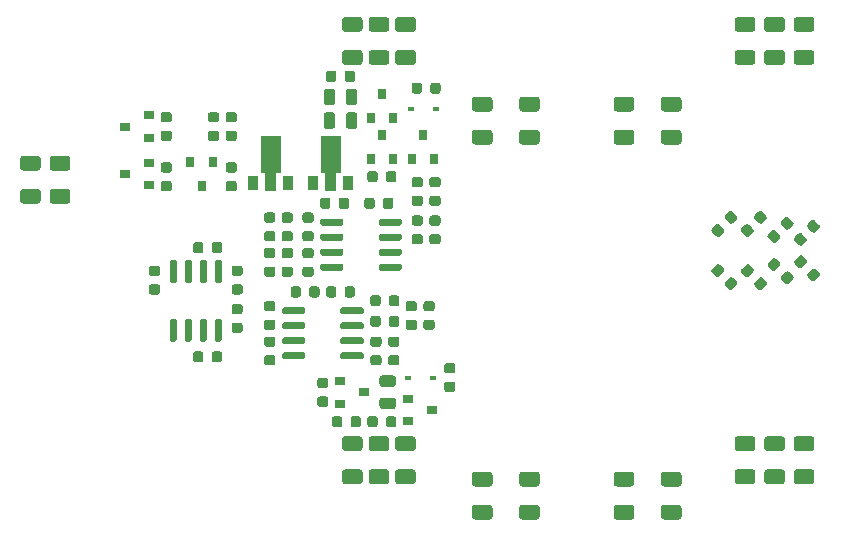
<source format=gbr>
%TF.GenerationSoftware,KiCad,Pcbnew,(5.1.6)-1*%
%TF.CreationDate,2021-05-08T17:44:37+05:30*%
%TF.ProjectId,CC CV Power Supply Rev 3,43432043-5620-4506-9f77-657220537570,rev?*%
%TF.SameCoordinates,Original*%
%TF.FileFunction,Paste,Top*%
%TF.FilePolarity,Positive*%
%FSLAX46Y46*%
G04 Gerber Fmt 4.6, Leading zero omitted, Abs format (unit mm)*
G04 Created by KiCad (PCBNEW (5.1.6)-1) date 2021-05-08 17:44:37*
%MOMM*%
%LPD*%
G01*
G04 APERTURE LIST*
%ADD10C,0.100000*%
%ADD11R,0.900000X1.300000*%
%ADD12R,0.900000X0.800000*%
%ADD13R,0.800000X0.900000*%
%ADD14R,0.600000X0.450000*%
G04 APERTURE END LIST*
%TO.C,R28*%
G36*
G01*
X115875000Y-103225000D02*
X114625000Y-103225000D01*
G75*
G02*
X114375000Y-102975000I0J250000D01*
G01*
X114375000Y-102225000D01*
G75*
G02*
X114625000Y-101975000I250000J0D01*
G01*
X115875000Y-101975000D01*
G75*
G02*
X116125000Y-102225000I0J-250000D01*
G01*
X116125000Y-102975000D01*
G75*
G02*
X115875000Y-103225000I-250000J0D01*
G01*
G37*
G36*
G01*
X115875000Y-106025000D02*
X114625000Y-106025000D01*
G75*
G02*
X114375000Y-105775000I0J250000D01*
G01*
X114375000Y-105025000D01*
G75*
G02*
X114625000Y-104775000I250000J0D01*
G01*
X115875000Y-104775000D01*
G75*
G02*
X116125000Y-105025000I0J-250000D01*
G01*
X116125000Y-105775000D01*
G75*
G02*
X115875000Y-106025000I-250000J0D01*
G01*
G37*
%TD*%
%TO.C,R21*%
G36*
G01*
X113375000Y-103225000D02*
X112125000Y-103225000D01*
G75*
G02*
X111875000Y-102975000I0J250000D01*
G01*
X111875000Y-102225000D01*
G75*
G02*
X112125000Y-101975000I250000J0D01*
G01*
X113375000Y-101975000D01*
G75*
G02*
X113625000Y-102225000I0J-250000D01*
G01*
X113625000Y-102975000D01*
G75*
G02*
X113375000Y-103225000I-250000J0D01*
G01*
G37*
G36*
G01*
X113375000Y-106025000D02*
X112125000Y-106025000D01*
G75*
G02*
X111875000Y-105775000I0J250000D01*
G01*
X111875000Y-105025000D01*
G75*
G02*
X112125000Y-104775000I250000J0D01*
G01*
X113375000Y-104775000D01*
G75*
G02*
X113625000Y-105025000I0J-250000D01*
G01*
X113625000Y-105775000D01*
G75*
G02*
X113375000Y-106025000I-250000J0D01*
G01*
G37*
%TD*%
D10*
%TO.C,U6*%
G36*
X133962500Y-100316000D02*
G01*
X133962500Y-103441000D01*
X133546000Y-103441000D01*
X133546000Y-104916000D01*
X132646000Y-104916000D01*
X132646000Y-103441000D01*
X132229500Y-103441000D01*
X132229500Y-100316000D01*
X133962500Y-100316000D01*
G37*
D11*
X134596000Y-104266000D03*
X131596000Y-104266000D03*
%TD*%
D12*
%TO.C,Q11*%
X120750000Y-99500000D03*
X122750000Y-98550000D03*
X122750000Y-100450000D03*
%TD*%
D10*
%TO.C,U5*%
G36*
X139042500Y-100316000D02*
G01*
X139042500Y-103441000D01*
X138626000Y-103441000D01*
X138626000Y-104916000D01*
X137726000Y-104916000D01*
X137726000Y-103441000D01*
X137309500Y-103441000D01*
X137309500Y-100316000D01*
X139042500Y-100316000D01*
G37*
D11*
X139676000Y-104266000D03*
X136676000Y-104266000D03*
%TD*%
%TO.C,R53*%
G36*
G01*
X148506250Y-120400000D02*
X147993750Y-120400000D01*
G75*
G02*
X147775000Y-120181250I0J218750D01*
G01*
X147775000Y-119743750D01*
G75*
G02*
X147993750Y-119525000I218750J0D01*
G01*
X148506250Y-119525000D01*
G75*
G02*
X148725000Y-119743750I0J-218750D01*
G01*
X148725000Y-120181250D01*
G75*
G02*
X148506250Y-120400000I-218750J0D01*
G01*
G37*
G36*
G01*
X148506250Y-121975000D02*
X147993750Y-121975000D01*
G75*
G02*
X147775000Y-121756250I0J218750D01*
G01*
X147775000Y-121318750D01*
G75*
G02*
X147993750Y-121100000I218750J0D01*
G01*
X148506250Y-121100000D01*
G75*
G02*
X148725000Y-121318750I0J-218750D01*
G01*
X148725000Y-121756250D01*
G75*
G02*
X148506250Y-121975000I-218750J0D01*
G01*
G37*
%TD*%
%TO.C,R52*%
G36*
G01*
X145900000Y-95993750D02*
X145900000Y-96506250D01*
G75*
G02*
X145681250Y-96725000I-218750J0D01*
G01*
X145243750Y-96725000D01*
G75*
G02*
X145025000Y-96506250I0J218750D01*
G01*
X145025000Y-95993750D01*
G75*
G02*
X145243750Y-95775000I218750J0D01*
G01*
X145681250Y-95775000D01*
G75*
G02*
X145900000Y-95993750I0J-218750D01*
G01*
G37*
G36*
G01*
X147475000Y-95993750D02*
X147475000Y-96506250D01*
G75*
G02*
X147256250Y-96725000I-218750J0D01*
G01*
X146818750Y-96725000D01*
G75*
G02*
X146600000Y-96506250I0J218750D01*
G01*
X146600000Y-95993750D01*
G75*
G02*
X146818750Y-95775000I218750J0D01*
G01*
X147256250Y-95775000D01*
G75*
G02*
X147475000Y-95993750I0J-218750D01*
G01*
G37*
%TD*%
%TO.C,R14*%
G36*
G01*
X142150000Y-103493750D02*
X142150000Y-104006250D01*
G75*
G02*
X141931250Y-104225000I-218750J0D01*
G01*
X141493750Y-104225000D01*
G75*
G02*
X141275000Y-104006250I0J218750D01*
G01*
X141275000Y-103493750D01*
G75*
G02*
X141493750Y-103275000I218750J0D01*
G01*
X141931250Y-103275000D01*
G75*
G02*
X142150000Y-103493750I0J-218750D01*
G01*
G37*
G36*
G01*
X143725000Y-103493750D02*
X143725000Y-104006250D01*
G75*
G02*
X143506250Y-104225000I-218750J0D01*
G01*
X143068750Y-104225000D01*
G75*
G02*
X142850000Y-104006250I0J218750D01*
G01*
X142850000Y-103493750D01*
G75*
G02*
X143068750Y-103275000I218750J0D01*
G01*
X143506250Y-103275000D01*
G75*
G02*
X143725000Y-103493750I0J-218750D01*
G01*
G37*
%TD*%
%TO.C,R29*%
G36*
G01*
X139450000Y-99456250D02*
X139450000Y-98543750D01*
G75*
G02*
X139693750Y-98300000I243750J0D01*
G01*
X140181250Y-98300000D01*
G75*
G02*
X140425000Y-98543750I0J-243750D01*
G01*
X140425000Y-99456250D01*
G75*
G02*
X140181250Y-99700000I-243750J0D01*
G01*
X139693750Y-99700000D01*
G75*
G02*
X139450000Y-99456250I0J243750D01*
G01*
G37*
G36*
G01*
X137575000Y-99456250D02*
X137575000Y-98543750D01*
G75*
G02*
X137818750Y-98300000I243750J0D01*
G01*
X138306250Y-98300000D01*
G75*
G02*
X138550000Y-98543750I0J-243750D01*
G01*
X138550000Y-99456250D01*
G75*
G02*
X138306250Y-99700000I-243750J0D01*
G01*
X137818750Y-99700000D01*
G75*
G02*
X137575000Y-99456250I0J243750D01*
G01*
G37*
%TD*%
%TO.C,C32*%
G36*
G01*
X123993750Y-104100000D02*
X124506250Y-104100000D01*
G75*
G02*
X124725000Y-104318750I0J-218750D01*
G01*
X124725000Y-104756250D01*
G75*
G02*
X124506250Y-104975000I-218750J0D01*
G01*
X123993750Y-104975000D01*
G75*
G02*
X123775000Y-104756250I0J218750D01*
G01*
X123775000Y-104318750D01*
G75*
G02*
X123993750Y-104100000I218750J0D01*
G01*
G37*
G36*
G01*
X123993750Y-102525000D02*
X124506250Y-102525000D01*
G75*
G02*
X124725000Y-102743750I0J-218750D01*
G01*
X124725000Y-103181250D01*
G75*
G02*
X124506250Y-103400000I-218750J0D01*
G01*
X123993750Y-103400000D01*
G75*
G02*
X123775000Y-103181250I0J218750D01*
G01*
X123775000Y-102743750D01*
G75*
G02*
X123993750Y-102525000I218750J0D01*
G01*
G37*
%TD*%
%TO.C,R22*%
G36*
G01*
X139850000Y-124756250D02*
X139850000Y-124243750D01*
G75*
G02*
X140068750Y-124025000I218750J0D01*
G01*
X140506250Y-124025000D01*
G75*
G02*
X140725000Y-124243750I0J-218750D01*
G01*
X140725000Y-124756250D01*
G75*
G02*
X140506250Y-124975000I-218750J0D01*
G01*
X140068750Y-124975000D01*
G75*
G02*
X139850000Y-124756250I0J218750D01*
G01*
G37*
G36*
G01*
X138275000Y-124756250D02*
X138275000Y-124243750D01*
G75*
G02*
X138493750Y-124025000I218750J0D01*
G01*
X138931250Y-124025000D01*
G75*
G02*
X139150000Y-124243750I0J-218750D01*
G01*
X139150000Y-124756250D01*
G75*
G02*
X138931250Y-124975000I-218750J0D01*
G01*
X138493750Y-124975000D01*
G75*
G02*
X138275000Y-124756250I0J218750D01*
G01*
G37*
%TD*%
%TO.C,R50*%
G36*
G01*
X175821316Y-108316292D02*
X176183709Y-108678684D01*
G75*
G02*
X176183709Y-108988044I-154680J-154680D01*
G01*
X175874350Y-109297403D01*
G75*
G02*
X175564990Y-109297403I-154680J154680D01*
G01*
X175202597Y-108935010D01*
G75*
G02*
X175202597Y-108625650I154680J154680D01*
G01*
X175511956Y-108316291D01*
G75*
G02*
X175821316Y-108316291I154680J-154680D01*
G01*
G37*
G36*
G01*
X176935010Y-107202598D02*
X177297403Y-107564990D01*
G75*
G02*
X177297403Y-107874350I-154680J-154680D01*
G01*
X176988044Y-108183709D01*
G75*
G02*
X176678684Y-108183709I-154680J154680D01*
G01*
X176316291Y-107821316D01*
G75*
G02*
X176316291Y-107511956I154680J154680D01*
G01*
X176625650Y-107202597D01*
G75*
G02*
X176935010Y-107202597I154680J-154680D01*
G01*
G37*
%TD*%
%TO.C,R49*%
G36*
G01*
X178071316Y-108566292D02*
X178433709Y-108928684D01*
G75*
G02*
X178433709Y-109238044I-154680J-154680D01*
G01*
X178124350Y-109547403D01*
G75*
G02*
X177814990Y-109547403I-154680J154680D01*
G01*
X177452597Y-109185010D01*
G75*
G02*
X177452597Y-108875650I154680J154680D01*
G01*
X177761956Y-108566291D01*
G75*
G02*
X178071316Y-108566291I154680J-154680D01*
G01*
G37*
G36*
G01*
X179185010Y-107452598D02*
X179547403Y-107814990D01*
G75*
G02*
X179547403Y-108124350I-154680J-154680D01*
G01*
X179238044Y-108433709D01*
G75*
G02*
X178928684Y-108433709I-154680J154680D01*
G01*
X178566291Y-108071316D01*
G75*
G02*
X178566291Y-107761956I154680J154680D01*
G01*
X178875650Y-107452597D01*
G75*
G02*
X179185010Y-107452597I154680J-154680D01*
G01*
G37*
%TD*%
%TO.C,R48*%
G36*
G01*
X146743750Y-105350000D02*
X147256250Y-105350000D01*
G75*
G02*
X147475000Y-105568750I0J-218750D01*
G01*
X147475000Y-106006250D01*
G75*
G02*
X147256250Y-106225000I-218750J0D01*
G01*
X146743750Y-106225000D01*
G75*
G02*
X146525000Y-106006250I0J218750D01*
G01*
X146525000Y-105568750D01*
G75*
G02*
X146743750Y-105350000I218750J0D01*
G01*
G37*
G36*
G01*
X146743750Y-103775000D02*
X147256250Y-103775000D01*
G75*
G02*
X147475000Y-103993750I0J-218750D01*
G01*
X147475000Y-104431250D01*
G75*
G02*
X147256250Y-104650000I-218750J0D01*
G01*
X146743750Y-104650000D01*
G75*
G02*
X146525000Y-104431250I0J218750D01*
G01*
X146525000Y-103993750D01*
G75*
G02*
X146743750Y-103775000I218750J0D01*
G01*
G37*
%TD*%
%TO.C,R47*%
G36*
G01*
X139350000Y-95506250D02*
X139350000Y-94993750D01*
G75*
G02*
X139568750Y-94775000I218750J0D01*
G01*
X140006250Y-94775000D01*
G75*
G02*
X140225000Y-94993750I0J-218750D01*
G01*
X140225000Y-95506250D01*
G75*
G02*
X140006250Y-95725000I-218750J0D01*
G01*
X139568750Y-95725000D01*
G75*
G02*
X139350000Y-95506250I0J218750D01*
G01*
G37*
G36*
G01*
X137775000Y-95506250D02*
X137775000Y-94993750D01*
G75*
G02*
X137993750Y-94775000I218750J0D01*
G01*
X138431250Y-94775000D01*
G75*
G02*
X138650000Y-94993750I0J-218750D01*
G01*
X138650000Y-95506250D01*
G75*
G02*
X138431250Y-95725000I-218750J0D01*
G01*
X137993750Y-95725000D01*
G75*
G02*
X137775000Y-95506250I0J218750D01*
G01*
G37*
%TD*%
%TO.C,R34*%
G36*
G01*
X142150000Y-124243750D02*
X142150000Y-124756250D01*
G75*
G02*
X141931250Y-124975000I-218750J0D01*
G01*
X141493750Y-124975000D01*
G75*
G02*
X141275000Y-124756250I0J218750D01*
G01*
X141275000Y-124243750D01*
G75*
G02*
X141493750Y-124025000I218750J0D01*
G01*
X141931250Y-124025000D01*
G75*
G02*
X142150000Y-124243750I0J-218750D01*
G01*
G37*
G36*
G01*
X143725000Y-124243750D02*
X143725000Y-124756250D01*
G75*
G02*
X143506250Y-124975000I-218750J0D01*
G01*
X143068750Y-124975000D01*
G75*
G02*
X142850000Y-124756250I0J218750D01*
G01*
X142850000Y-124243750D01*
G75*
G02*
X143068750Y-124025000I218750J0D01*
G01*
X143506250Y-124025000D01*
G75*
G02*
X143725000Y-124243750I0J-218750D01*
G01*
G37*
%TD*%
%TO.C,R6*%
G36*
G01*
X137243750Y-122350000D02*
X137756250Y-122350000D01*
G75*
G02*
X137975000Y-122568750I0J-218750D01*
G01*
X137975000Y-123006250D01*
G75*
G02*
X137756250Y-123225000I-218750J0D01*
G01*
X137243750Y-123225000D01*
G75*
G02*
X137025000Y-123006250I0J218750D01*
G01*
X137025000Y-122568750D01*
G75*
G02*
X137243750Y-122350000I218750J0D01*
G01*
G37*
G36*
G01*
X137243750Y-120775000D02*
X137756250Y-120775000D01*
G75*
G02*
X137975000Y-120993750I0J-218750D01*
G01*
X137975000Y-121431250D01*
G75*
G02*
X137756250Y-121650000I-218750J0D01*
G01*
X137243750Y-121650000D01*
G75*
G02*
X137025000Y-121431250I0J218750D01*
G01*
X137025000Y-120993750D01*
G75*
G02*
X137243750Y-120775000I218750J0D01*
G01*
G37*
%TD*%
%TO.C,R5*%
G36*
G01*
X139450000Y-97456250D02*
X139450000Y-96543750D01*
G75*
G02*
X139693750Y-96300000I243750J0D01*
G01*
X140181250Y-96300000D01*
G75*
G02*
X140425000Y-96543750I0J-243750D01*
G01*
X140425000Y-97456250D01*
G75*
G02*
X140181250Y-97700000I-243750J0D01*
G01*
X139693750Y-97700000D01*
G75*
G02*
X139450000Y-97456250I0J243750D01*
G01*
G37*
G36*
G01*
X137575000Y-97456250D02*
X137575000Y-96543750D01*
G75*
G02*
X137818750Y-96300000I243750J0D01*
G01*
X138306250Y-96300000D01*
G75*
G02*
X138550000Y-96543750I0J-243750D01*
G01*
X138550000Y-97456250D01*
G75*
G02*
X138306250Y-97700000I-243750J0D01*
G01*
X137818750Y-97700000D01*
G75*
G02*
X137575000Y-97456250I0J243750D01*
G01*
G37*
%TD*%
%TO.C,R4*%
G36*
G01*
X142543750Y-122450000D02*
X143456250Y-122450000D01*
G75*
G02*
X143700000Y-122693750I0J-243750D01*
G01*
X143700000Y-123181250D01*
G75*
G02*
X143456250Y-123425000I-243750J0D01*
G01*
X142543750Y-123425000D01*
G75*
G02*
X142300000Y-123181250I0J243750D01*
G01*
X142300000Y-122693750D01*
G75*
G02*
X142543750Y-122450000I243750J0D01*
G01*
G37*
G36*
G01*
X142543750Y-120575000D02*
X143456250Y-120575000D01*
G75*
G02*
X143700000Y-120818750I0J-243750D01*
G01*
X143700000Y-121306250D01*
G75*
G02*
X143456250Y-121550000I-243750J0D01*
G01*
X142543750Y-121550000D01*
G75*
G02*
X142300000Y-121306250I0J243750D01*
G01*
X142300000Y-120818750D01*
G75*
G02*
X142543750Y-120575000I243750J0D01*
G01*
G37*
%TD*%
D13*
%TO.C,Q10*%
X142500000Y-96750000D03*
X143450000Y-98750000D03*
X141550000Y-98750000D03*
%TD*%
D12*
%TO.C,Q9*%
X141000000Y-122000000D03*
X139000000Y-122950000D03*
X139000000Y-121050000D03*
%TD*%
D14*
%TO.C,D6*%
X144950000Y-98000000D03*
X147050000Y-98000000D03*
%TD*%
%TO.C,D5*%
X144700000Y-120750000D03*
X146800000Y-120750000D03*
%TD*%
%TO.C,C31*%
G36*
G01*
X171566292Y-112678684D02*
X171928684Y-112316291D01*
G75*
G02*
X172238044Y-112316291I154680J-154680D01*
G01*
X172547403Y-112625650D01*
G75*
G02*
X172547403Y-112935010I-154680J-154680D01*
G01*
X172185010Y-113297403D01*
G75*
G02*
X171875650Y-113297403I-154680J154680D01*
G01*
X171566291Y-112988044D01*
G75*
G02*
X171566291Y-112678684I154680J154680D01*
G01*
G37*
G36*
G01*
X170452598Y-111564990D02*
X170814990Y-111202597D01*
G75*
G02*
X171124350Y-111202597I154680J-154680D01*
G01*
X171433709Y-111511956D01*
G75*
G02*
X171433709Y-111821316I-154680J-154680D01*
G01*
X171071316Y-112183709D01*
G75*
G02*
X170761956Y-112183709I-154680J154680D01*
G01*
X170452597Y-111874350D01*
G75*
G02*
X170452597Y-111564990I154680J154680D01*
G01*
G37*
%TD*%
%TO.C,C30*%
G36*
G01*
X171071316Y-107816292D02*
X171433709Y-108178684D01*
G75*
G02*
X171433709Y-108488044I-154680J-154680D01*
G01*
X171124350Y-108797403D01*
G75*
G02*
X170814990Y-108797403I-154680J154680D01*
G01*
X170452597Y-108435010D01*
G75*
G02*
X170452597Y-108125650I154680J154680D01*
G01*
X170761956Y-107816291D01*
G75*
G02*
X171071316Y-107816291I154680J-154680D01*
G01*
G37*
G36*
G01*
X172185010Y-106702598D02*
X172547403Y-107064990D01*
G75*
G02*
X172547403Y-107374350I-154680J-154680D01*
G01*
X172238044Y-107683709D01*
G75*
G02*
X171928684Y-107683709I-154680J154680D01*
G01*
X171566291Y-107321316D01*
G75*
G02*
X171566291Y-107011956I154680J154680D01*
G01*
X171875650Y-106702597D01*
G75*
G02*
X172185010Y-106702597I154680J-154680D01*
G01*
G37*
%TD*%
%TO.C,R51*%
G36*
G01*
X135650000Y-113243750D02*
X135650000Y-113756250D01*
G75*
G02*
X135431250Y-113975000I-218750J0D01*
G01*
X134993750Y-113975000D01*
G75*
G02*
X134775000Y-113756250I0J218750D01*
G01*
X134775000Y-113243750D01*
G75*
G02*
X134993750Y-113025000I218750J0D01*
G01*
X135431250Y-113025000D01*
G75*
G02*
X135650000Y-113243750I0J-218750D01*
G01*
G37*
G36*
G01*
X137225000Y-113243750D02*
X137225000Y-113756250D01*
G75*
G02*
X137006250Y-113975000I-218750J0D01*
G01*
X136568750Y-113975000D01*
G75*
G02*
X136350000Y-113756250I0J218750D01*
G01*
X136350000Y-113243750D01*
G75*
G02*
X136568750Y-113025000I218750J0D01*
G01*
X137006250Y-113025000D01*
G75*
G02*
X137225000Y-113243750I0J-218750D01*
G01*
G37*
%TD*%
%TO.C,R40*%
G36*
G01*
X154375000Y-131525000D02*
X155625000Y-131525000D01*
G75*
G02*
X155875000Y-131775000I0J-250000D01*
G01*
X155875000Y-132525000D01*
G75*
G02*
X155625000Y-132775000I-250000J0D01*
G01*
X154375000Y-132775000D01*
G75*
G02*
X154125000Y-132525000I0J250000D01*
G01*
X154125000Y-131775000D01*
G75*
G02*
X154375000Y-131525000I250000J0D01*
G01*
G37*
G36*
G01*
X154375000Y-128725000D02*
X155625000Y-128725000D01*
G75*
G02*
X155875000Y-128975000I0J-250000D01*
G01*
X155875000Y-129725000D01*
G75*
G02*
X155625000Y-129975000I-250000J0D01*
G01*
X154375000Y-129975000D01*
G75*
G02*
X154125000Y-129725000I0J250000D01*
G01*
X154125000Y-128975000D01*
G75*
G02*
X154375000Y-128725000I250000J0D01*
G01*
G37*
%TD*%
%TO.C,R39*%
G36*
G01*
X166375000Y-131525000D02*
X167625000Y-131525000D01*
G75*
G02*
X167875000Y-131775000I0J-250000D01*
G01*
X167875000Y-132525000D01*
G75*
G02*
X167625000Y-132775000I-250000J0D01*
G01*
X166375000Y-132775000D01*
G75*
G02*
X166125000Y-132525000I0J250000D01*
G01*
X166125000Y-131775000D01*
G75*
G02*
X166375000Y-131525000I250000J0D01*
G01*
G37*
G36*
G01*
X166375000Y-128725000D02*
X167625000Y-128725000D01*
G75*
G02*
X167875000Y-128975000I0J-250000D01*
G01*
X167875000Y-129725000D01*
G75*
G02*
X167625000Y-129975000I-250000J0D01*
G01*
X166375000Y-129975000D01*
G75*
G02*
X166125000Y-129725000I0J250000D01*
G01*
X166125000Y-128975000D01*
G75*
G02*
X166375000Y-128725000I250000J0D01*
G01*
G37*
%TD*%
%TO.C,R38*%
G36*
G01*
X155625000Y-98225000D02*
X154375000Y-98225000D01*
G75*
G02*
X154125000Y-97975000I0J250000D01*
G01*
X154125000Y-97225000D01*
G75*
G02*
X154375000Y-96975000I250000J0D01*
G01*
X155625000Y-96975000D01*
G75*
G02*
X155875000Y-97225000I0J-250000D01*
G01*
X155875000Y-97975000D01*
G75*
G02*
X155625000Y-98225000I-250000J0D01*
G01*
G37*
G36*
G01*
X155625000Y-101025000D02*
X154375000Y-101025000D01*
G75*
G02*
X154125000Y-100775000I0J250000D01*
G01*
X154125000Y-100025000D01*
G75*
G02*
X154375000Y-99775000I250000J0D01*
G01*
X155625000Y-99775000D01*
G75*
G02*
X155875000Y-100025000I0J-250000D01*
G01*
X155875000Y-100775000D01*
G75*
G02*
X155625000Y-101025000I-250000J0D01*
G01*
G37*
%TD*%
%TO.C,R37*%
G36*
G01*
X167625000Y-98225000D02*
X166375000Y-98225000D01*
G75*
G02*
X166125000Y-97975000I0J250000D01*
G01*
X166125000Y-97225000D01*
G75*
G02*
X166375000Y-96975000I250000J0D01*
G01*
X167625000Y-96975000D01*
G75*
G02*
X167875000Y-97225000I0J-250000D01*
G01*
X167875000Y-97975000D01*
G75*
G02*
X167625000Y-98225000I-250000J0D01*
G01*
G37*
G36*
G01*
X167625000Y-101025000D02*
X166375000Y-101025000D01*
G75*
G02*
X166125000Y-100775000I0J250000D01*
G01*
X166125000Y-100025000D01*
G75*
G02*
X166375000Y-99775000I250000J0D01*
G01*
X167625000Y-99775000D01*
G75*
G02*
X167875000Y-100025000I0J-250000D01*
G01*
X167875000Y-100775000D01*
G75*
G02*
X167625000Y-101025000I-250000J0D01*
G01*
G37*
%TD*%
%TO.C,R13*%
G36*
G01*
X151625000Y-98225000D02*
X150375000Y-98225000D01*
G75*
G02*
X150125000Y-97975000I0J250000D01*
G01*
X150125000Y-97225000D01*
G75*
G02*
X150375000Y-96975000I250000J0D01*
G01*
X151625000Y-96975000D01*
G75*
G02*
X151875000Y-97225000I0J-250000D01*
G01*
X151875000Y-97975000D01*
G75*
G02*
X151625000Y-98225000I-250000J0D01*
G01*
G37*
G36*
G01*
X151625000Y-101025000D02*
X150375000Y-101025000D01*
G75*
G02*
X150125000Y-100775000I0J250000D01*
G01*
X150125000Y-100025000D01*
G75*
G02*
X150375000Y-99775000I250000J0D01*
G01*
X151625000Y-99775000D01*
G75*
G02*
X151875000Y-100025000I0J-250000D01*
G01*
X151875000Y-100775000D01*
G75*
G02*
X151625000Y-101025000I-250000J0D01*
G01*
G37*
%TD*%
%TO.C,R12*%
G36*
G01*
X163625000Y-98225000D02*
X162375000Y-98225000D01*
G75*
G02*
X162125000Y-97975000I0J250000D01*
G01*
X162125000Y-97225000D01*
G75*
G02*
X162375000Y-96975000I250000J0D01*
G01*
X163625000Y-96975000D01*
G75*
G02*
X163875000Y-97225000I0J-250000D01*
G01*
X163875000Y-97975000D01*
G75*
G02*
X163625000Y-98225000I-250000J0D01*
G01*
G37*
G36*
G01*
X163625000Y-101025000D02*
X162375000Y-101025000D01*
G75*
G02*
X162125000Y-100775000I0J250000D01*
G01*
X162125000Y-100025000D01*
G75*
G02*
X162375000Y-99775000I250000J0D01*
G01*
X163625000Y-99775000D01*
G75*
G02*
X163875000Y-100025000I0J-250000D01*
G01*
X163875000Y-100775000D01*
G75*
G02*
X163625000Y-101025000I-250000J0D01*
G01*
G37*
%TD*%
%TO.C,R8*%
G36*
G01*
X150375000Y-131525000D02*
X151625000Y-131525000D01*
G75*
G02*
X151875000Y-131775000I0J-250000D01*
G01*
X151875000Y-132525000D01*
G75*
G02*
X151625000Y-132775000I-250000J0D01*
G01*
X150375000Y-132775000D01*
G75*
G02*
X150125000Y-132525000I0J250000D01*
G01*
X150125000Y-131775000D01*
G75*
G02*
X150375000Y-131525000I250000J0D01*
G01*
G37*
G36*
G01*
X150375000Y-128725000D02*
X151625000Y-128725000D01*
G75*
G02*
X151875000Y-128975000I0J-250000D01*
G01*
X151875000Y-129725000D01*
G75*
G02*
X151625000Y-129975000I-250000J0D01*
G01*
X150375000Y-129975000D01*
G75*
G02*
X150125000Y-129725000I0J250000D01*
G01*
X150125000Y-128975000D01*
G75*
G02*
X150375000Y-128725000I250000J0D01*
G01*
G37*
%TD*%
%TO.C,R7*%
G36*
G01*
X162375000Y-131525000D02*
X163625000Y-131525000D01*
G75*
G02*
X163875000Y-131775000I0J-250000D01*
G01*
X163875000Y-132525000D01*
G75*
G02*
X163625000Y-132775000I-250000J0D01*
G01*
X162375000Y-132775000D01*
G75*
G02*
X162125000Y-132525000I0J250000D01*
G01*
X162125000Y-131775000D01*
G75*
G02*
X162375000Y-131525000I250000J0D01*
G01*
G37*
G36*
G01*
X162375000Y-128725000D02*
X163625000Y-128725000D01*
G75*
G02*
X163875000Y-128975000I0J-250000D01*
G01*
X163875000Y-129725000D01*
G75*
G02*
X163625000Y-129975000I-250000J0D01*
G01*
X162375000Y-129975000D01*
G75*
G02*
X162125000Y-129725000I0J250000D01*
G01*
X162125000Y-128975000D01*
G75*
G02*
X162375000Y-128725000I250000J0D01*
G01*
G37*
%TD*%
%TO.C,R20*%
G36*
G01*
X147256250Y-107900000D02*
X146743750Y-107900000D01*
G75*
G02*
X146525000Y-107681250I0J218750D01*
G01*
X146525000Y-107243750D01*
G75*
G02*
X146743750Y-107025000I218750J0D01*
G01*
X147256250Y-107025000D01*
G75*
G02*
X147475000Y-107243750I0J-218750D01*
G01*
X147475000Y-107681250D01*
G75*
G02*
X147256250Y-107900000I-218750J0D01*
G01*
G37*
G36*
G01*
X147256250Y-109475000D02*
X146743750Y-109475000D01*
G75*
G02*
X146525000Y-109256250I0J218750D01*
G01*
X146525000Y-108818750D01*
G75*
G02*
X146743750Y-108600000I218750J0D01*
G01*
X147256250Y-108600000D01*
G75*
G02*
X147475000Y-108818750I0J-218750D01*
G01*
X147475000Y-109256250D01*
G75*
G02*
X147256250Y-109475000I-218750J0D01*
G01*
G37*
%TD*%
%TO.C,R19*%
G36*
G01*
X174428684Y-107683708D02*
X174066291Y-107321316D01*
G75*
G02*
X174066291Y-107011956I154680J154680D01*
G01*
X174375650Y-106702597D01*
G75*
G02*
X174685010Y-106702597I154680J-154680D01*
G01*
X175047403Y-107064990D01*
G75*
G02*
X175047403Y-107374350I-154680J-154680D01*
G01*
X174738044Y-107683709D01*
G75*
G02*
X174428684Y-107683709I-154680J154680D01*
G01*
G37*
G36*
G01*
X173314990Y-108797402D02*
X172952597Y-108435010D01*
G75*
G02*
X172952597Y-108125650I154680J154680D01*
G01*
X173261956Y-107816291D01*
G75*
G02*
X173571316Y-107816291I154680J-154680D01*
G01*
X173933709Y-108178684D01*
G75*
G02*
X173933709Y-108488044I-154680J-154680D01*
G01*
X173624350Y-108797403D01*
G75*
G02*
X173314990Y-108797403I-154680J154680D01*
G01*
G37*
%TD*%
%TO.C,C2*%
G36*
G01*
X138850000Y-106256250D02*
X138850000Y-105743750D01*
G75*
G02*
X139068750Y-105525000I218750J0D01*
G01*
X139506250Y-105525000D01*
G75*
G02*
X139725000Y-105743750I0J-218750D01*
G01*
X139725000Y-106256250D01*
G75*
G02*
X139506250Y-106475000I-218750J0D01*
G01*
X139068750Y-106475000D01*
G75*
G02*
X138850000Y-106256250I0J218750D01*
G01*
G37*
G36*
G01*
X137275000Y-106256250D02*
X137275000Y-105743750D01*
G75*
G02*
X137493750Y-105525000I218750J0D01*
G01*
X137931250Y-105525000D01*
G75*
G02*
X138150000Y-105743750I0J-218750D01*
G01*
X138150000Y-106256250D01*
G75*
G02*
X137931250Y-106475000I-218750J0D01*
G01*
X137493750Y-106475000D01*
G75*
G02*
X137275000Y-106256250I0J218750D01*
G01*
G37*
%TD*%
%TO.C,R36*%
G36*
G01*
X130506250Y-112150000D02*
X129993750Y-112150000D01*
G75*
G02*
X129775000Y-111931250I0J218750D01*
G01*
X129775000Y-111493750D01*
G75*
G02*
X129993750Y-111275000I218750J0D01*
G01*
X130506250Y-111275000D01*
G75*
G02*
X130725000Y-111493750I0J-218750D01*
G01*
X130725000Y-111931250D01*
G75*
G02*
X130506250Y-112150000I-218750J0D01*
G01*
G37*
G36*
G01*
X130506250Y-113725000D02*
X129993750Y-113725000D01*
G75*
G02*
X129775000Y-113506250I0J218750D01*
G01*
X129775000Y-113068750D01*
G75*
G02*
X129993750Y-112850000I218750J0D01*
G01*
X130506250Y-112850000D01*
G75*
G02*
X130725000Y-113068750I0J-218750D01*
G01*
X130725000Y-113506250D01*
G75*
G02*
X130506250Y-113725000I-218750J0D01*
G01*
G37*
%TD*%
D13*
%TO.C,U3*%
X127250000Y-104500000D03*
X126300000Y-102500000D03*
X128200000Y-102500000D03*
%TD*%
%TO.C,U4*%
G36*
G01*
X124995000Y-112750000D02*
X124695000Y-112750000D01*
G75*
G02*
X124545000Y-112600000I0J150000D01*
G01*
X124545000Y-110950000D01*
G75*
G02*
X124695000Y-110800000I150000J0D01*
G01*
X124995000Y-110800000D01*
G75*
G02*
X125145000Y-110950000I0J-150000D01*
G01*
X125145000Y-112600000D01*
G75*
G02*
X124995000Y-112750000I-150000J0D01*
G01*
G37*
G36*
G01*
X126265000Y-112750000D02*
X125965000Y-112750000D01*
G75*
G02*
X125815000Y-112600000I0J150000D01*
G01*
X125815000Y-110950000D01*
G75*
G02*
X125965000Y-110800000I150000J0D01*
G01*
X126265000Y-110800000D01*
G75*
G02*
X126415000Y-110950000I0J-150000D01*
G01*
X126415000Y-112600000D01*
G75*
G02*
X126265000Y-112750000I-150000J0D01*
G01*
G37*
G36*
G01*
X127535000Y-112750000D02*
X127235000Y-112750000D01*
G75*
G02*
X127085000Y-112600000I0J150000D01*
G01*
X127085000Y-110950000D01*
G75*
G02*
X127235000Y-110800000I150000J0D01*
G01*
X127535000Y-110800000D01*
G75*
G02*
X127685000Y-110950000I0J-150000D01*
G01*
X127685000Y-112600000D01*
G75*
G02*
X127535000Y-112750000I-150000J0D01*
G01*
G37*
G36*
G01*
X128805000Y-112750000D02*
X128505000Y-112750000D01*
G75*
G02*
X128355000Y-112600000I0J150000D01*
G01*
X128355000Y-110950000D01*
G75*
G02*
X128505000Y-110800000I150000J0D01*
G01*
X128805000Y-110800000D01*
G75*
G02*
X128955000Y-110950000I0J-150000D01*
G01*
X128955000Y-112600000D01*
G75*
G02*
X128805000Y-112750000I-150000J0D01*
G01*
G37*
G36*
G01*
X128805000Y-117700000D02*
X128505000Y-117700000D01*
G75*
G02*
X128355000Y-117550000I0J150000D01*
G01*
X128355000Y-115900000D01*
G75*
G02*
X128505000Y-115750000I150000J0D01*
G01*
X128805000Y-115750000D01*
G75*
G02*
X128955000Y-115900000I0J-150000D01*
G01*
X128955000Y-117550000D01*
G75*
G02*
X128805000Y-117700000I-150000J0D01*
G01*
G37*
G36*
G01*
X127535000Y-117700000D02*
X127235000Y-117700000D01*
G75*
G02*
X127085000Y-117550000I0J150000D01*
G01*
X127085000Y-115900000D01*
G75*
G02*
X127235000Y-115750000I150000J0D01*
G01*
X127535000Y-115750000D01*
G75*
G02*
X127685000Y-115900000I0J-150000D01*
G01*
X127685000Y-117550000D01*
G75*
G02*
X127535000Y-117700000I-150000J0D01*
G01*
G37*
G36*
G01*
X126265000Y-117700000D02*
X125965000Y-117700000D01*
G75*
G02*
X125815000Y-117550000I0J150000D01*
G01*
X125815000Y-115900000D01*
G75*
G02*
X125965000Y-115750000I150000J0D01*
G01*
X126265000Y-115750000D01*
G75*
G02*
X126415000Y-115900000I0J-150000D01*
G01*
X126415000Y-117550000D01*
G75*
G02*
X126265000Y-117700000I-150000J0D01*
G01*
G37*
G36*
G01*
X124995000Y-117700000D02*
X124695000Y-117700000D01*
G75*
G02*
X124545000Y-117550000I0J150000D01*
G01*
X124545000Y-115900000D01*
G75*
G02*
X124695000Y-115750000I150000J0D01*
G01*
X124995000Y-115750000D01*
G75*
G02*
X125145000Y-115900000I0J-150000D01*
G01*
X125145000Y-117550000D01*
G75*
G02*
X124995000Y-117700000I-150000J0D01*
G01*
G37*
%TD*%
%TO.C,R10*%
G36*
G01*
X130506250Y-115400000D02*
X129993750Y-115400000D01*
G75*
G02*
X129775000Y-115181250I0J218750D01*
G01*
X129775000Y-114743750D01*
G75*
G02*
X129993750Y-114525000I218750J0D01*
G01*
X130506250Y-114525000D01*
G75*
G02*
X130725000Y-114743750I0J-218750D01*
G01*
X130725000Y-115181250D01*
G75*
G02*
X130506250Y-115400000I-218750J0D01*
G01*
G37*
G36*
G01*
X130506250Y-116975000D02*
X129993750Y-116975000D01*
G75*
G02*
X129775000Y-116756250I0J218750D01*
G01*
X129775000Y-116318750D01*
G75*
G02*
X129993750Y-116100000I218750J0D01*
G01*
X130506250Y-116100000D01*
G75*
G02*
X130725000Y-116318750I0J-218750D01*
G01*
X130725000Y-116756250D01*
G75*
G02*
X130506250Y-116975000I-218750J0D01*
G01*
G37*
%TD*%
%TO.C,C1*%
G36*
G01*
X142600000Y-106256250D02*
X142600000Y-105743750D01*
G75*
G02*
X142818750Y-105525000I218750J0D01*
G01*
X143256250Y-105525000D01*
G75*
G02*
X143475000Y-105743750I0J-218750D01*
G01*
X143475000Y-106256250D01*
G75*
G02*
X143256250Y-106475000I-218750J0D01*
G01*
X142818750Y-106475000D01*
G75*
G02*
X142600000Y-106256250I0J218750D01*
G01*
G37*
G36*
G01*
X141025000Y-106256250D02*
X141025000Y-105743750D01*
G75*
G02*
X141243750Y-105525000I218750J0D01*
G01*
X141681250Y-105525000D01*
G75*
G02*
X141900000Y-105743750I0J-218750D01*
G01*
X141900000Y-106256250D01*
G75*
G02*
X141681250Y-106475000I-218750J0D01*
G01*
X141243750Y-106475000D01*
G75*
G02*
X141025000Y-106256250I0J218750D01*
G01*
G37*
%TD*%
%TO.C,Q8*%
X142500000Y-100250000D03*
X143450000Y-102250000D03*
X141550000Y-102250000D03*
%TD*%
%TO.C,Q3*%
X146000000Y-100250000D03*
X146950000Y-102250000D03*
X145050000Y-102250000D03*
%TD*%
D12*
%TO.C,Q2*%
X146750000Y-123500000D03*
X144750000Y-124450000D03*
X144750000Y-122550000D03*
%TD*%
%TO.C,Q1*%
X120750000Y-103500000D03*
X122750000Y-102550000D03*
X122750000Y-104450000D03*
%TD*%
%TO.C,U2*%
G36*
G01*
X134050000Y-115245000D02*
X134050000Y-114945000D01*
G75*
G02*
X134200000Y-114795000I150000J0D01*
G01*
X135850000Y-114795000D01*
G75*
G02*
X136000000Y-114945000I0J-150000D01*
G01*
X136000000Y-115245000D01*
G75*
G02*
X135850000Y-115395000I-150000J0D01*
G01*
X134200000Y-115395000D01*
G75*
G02*
X134050000Y-115245000I0J150000D01*
G01*
G37*
G36*
G01*
X134050000Y-116515000D02*
X134050000Y-116215000D01*
G75*
G02*
X134200000Y-116065000I150000J0D01*
G01*
X135850000Y-116065000D01*
G75*
G02*
X136000000Y-116215000I0J-150000D01*
G01*
X136000000Y-116515000D01*
G75*
G02*
X135850000Y-116665000I-150000J0D01*
G01*
X134200000Y-116665000D01*
G75*
G02*
X134050000Y-116515000I0J150000D01*
G01*
G37*
G36*
G01*
X134050000Y-117785000D02*
X134050000Y-117485000D01*
G75*
G02*
X134200000Y-117335000I150000J0D01*
G01*
X135850000Y-117335000D01*
G75*
G02*
X136000000Y-117485000I0J-150000D01*
G01*
X136000000Y-117785000D01*
G75*
G02*
X135850000Y-117935000I-150000J0D01*
G01*
X134200000Y-117935000D01*
G75*
G02*
X134050000Y-117785000I0J150000D01*
G01*
G37*
G36*
G01*
X134050000Y-119055000D02*
X134050000Y-118755000D01*
G75*
G02*
X134200000Y-118605000I150000J0D01*
G01*
X135850000Y-118605000D01*
G75*
G02*
X136000000Y-118755000I0J-150000D01*
G01*
X136000000Y-119055000D01*
G75*
G02*
X135850000Y-119205000I-150000J0D01*
G01*
X134200000Y-119205000D01*
G75*
G02*
X134050000Y-119055000I0J150000D01*
G01*
G37*
G36*
G01*
X139000000Y-119055000D02*
X139000000Y-118755000D01*
G75*
G02*
X139150000Y-118605000I150000J0D01*
G01*
X140800000Y-118605000D01*
G75*
G02*
X140950000Y-118755000I0J-150000D01*
G01*
X140950000Y-119055000D01*
G75*
G02*
X140800000Y-119205000I-150000J0D01*
G01*
X139150000Y-119205000D01*
G75*
G02*
X139000000Y-119055000I0J150000D01*
G01*
G37*
G36*
G01*
X139000000Y-117785000D02*
X139000000Y-117485000D01*
G75*
G02*
X139150000Y-117335000I150000J0D01*
G01*
X140800000Y-117335000D01*
G75*
G02*
X140950000Y-117485000I0J-150000D01*
G01*
X140950000Y-117785000D01*
G75*
G02*
X140800000Y-117935000I-150000J0D01*
G01*
X139150000Y-117935000D01*
G75*
G02*
X139000000Y-117785000I0J150000D01*
G01*
G37*
G36*
G01*
X139000000Y-116515000D02*
X139000000Y-116215000D01*
G75*
G02*
X139150000Y-116065000I150000J0D01*
G01*
X140800000Y-116065000D01*
G75*
G02*
X140950000Y-116215000I0J-150000D01*
G01*
X140950000Y-116515000D01*
G75*
G02*
X140800000Y-116665000I-150000J0D01*
G01*
X139150000Y-116665000D01*
G75*
G02*
X139000000Y-116515000I0J150000D01*
G01*
G37*
G36*
G01*
X139000000Y-115245000D02*
X139000000Y-114945000D01*
G75*
G02*
X139150000Y-114795000I150000J0D01*
G01*
X140800000Y-114795000D01*
G75*
G02*
X140950000Y-114945000I0J-150000D01*
G01*
X140950000Y-115245000D01*
G75*
G02*
X140800000Y-115395000I-150000J0D01*
G01*
X139150000Y-115395000D01*
G75*
G02*
X139000000Y-115245000I0J150000D01*
G01*
G37*
%TD*%
%TO.C,R3*%
G36*
G01*
X129493750Y-102525000D02*
X130006250Y-102525000D01*
G75*
G02*
X130225000Y-102743750I0J-218750D01*
G01*
X130225000Y-103181250D01*
G75*
G02*
X130006250Y-103400000I-218750J0D01*
G01*
X129493750Y-103400000D01*
G75*
G02*
X129275000Y-103181250I0J218750D01*
G01*
X129275000Y-102743750D01*
G75*
G02*
X129493750Y-102525000I218750J0D01*
G01*
G37*
G36*
G01*
X129493750Y-104100000D02*
X130006250Y-104100000D01*
G75*
G02*
X130225000Y-104318750I0J-218750D01*
G01*
X130225000Y-104756250D01*
G75*
G02*
X130006250Y-104975000I-218750J0D01*
G01*
X129493750Y-104975000D01*
G75*
G02*
X129275000Y-104756250I0J218750D01*
G01*
X129275000Y-104318750D01*
G75*
G02*
X129493750Y-104100000I218750J0D01*
G01*
G37*
%TD*%
%TO.C,U1*%
G36*
G01*
X137300000Y-107745000D02*
X137300000Y-107445000D01*
G75*
G02*
X137450000Y-107295000I150000J0D01*
G01*
X139100000Y-107295000D01*
G75*
G02*
X139250000Y-107445000I0J-150000D01*
G01*
X139250000Y-107745000D01*
G75*
G02*
X139100000Y-107895000I-150000J0D01*
G01*
X137450000Y-107895000D01*
G75*
G02*
X137300000Y-107745000I0J150000D01*
G01*
G37*
G36*
G01*
X137300000Y-109015000D02*
X137300000Y-108715000D01*
G75*
G02*
X137450000Y-108565000I150000J0D01*
G01*
X139100000Y-108565000D01*
G75*
G02*
X139250000Y-108715000I0J-150000D01*
G01*
X139250000Y-109015000D01*
G75*
G02*
X139100000Y-109165000I-150000J0D01*
G01*
X137450000Y-109165000D01*
G75*
G02*
X137300000Y-109015000I0J150000D01*
G01*
G37*
G36*
G01*
X137300000Y-110285000D02*
X137300000Y-109985000D01*
G75*
G02*
X137450000Y-109835000I150000J0D01*
G01*
X139100000Y-109835000D01*
G75*
G02*
X139250000Y-109985000I0J-150000D01*
G01*
X139250000Y-110285000D01*
G75*
G02*
X139100000Y-110435000I-150000J0D01*
G01*
X137450000Y-110435000D01*
G75*
G02*
X137300000Y-110285000I0J150000D01*
G01*
G37*
G36*
G01*
X137300000Y-111555000D02*
X137300000Y-111255000D01*
G75*
G02*
X137450000Y-111105000I150000J0D01*
G01*
X139100000Y-111105000D01*
G75*
G02*
X139250000Y-111255000I0J-150000D01*
G01*
X139250000Y-111555000D01*
G75*
G02*
X139100000Y-111705000I-150000J0D01*
G01*
X137450000Y-111705000D01*
G75*
G02*
X137300000Y-111555000I0J150000D01*
G01*
G37*
G36*
G01*
X142250000Y-111555000D02*
X142250000Y-111255000D01*
G75*
G02*
X142400000Y-111105000I150000J0D01*
G01*
X144050000Y-111105000D01*
G75*
G02*
X144200000Y-111255000I0J-150000D01*
G01*
X144200000Y-111555000D01*
G75*
G02*
X144050000Y-111705000I-150000J0D01*
G01*
X142400000Y-111705000D01*
G75*
G02*
X142250000Y-111555000I0J150000D01*
G01*
G37*
G36*
G01*
X142250000Y-110285000D02*
X142250000Y-109985000D01*
G75*
G02*
X142400000Y-109835000I150000J0D01*
G01*
X144050000Y-109835000D01*
G75*
G02*
X144200000Y-109985000I0J-150000D01*
G01*
X144200000Y-110285000D01*
G75*
G02*
X144050000Y-110435000I-150000J0D01*
G01*
X142400000Y-110435000D01*
G75*
G02*
X142250000Y-110285000I0J150000D01*
G01*
G37*
G36*
G01*
X142250000Y-109015000D02*
X142250000Y-108715000D01*
G75*
G02*
X142400000Y-108565000I150000J0D01*
G01*
X144050000Y-108565000D01*
G75*
G02*
X144200000Y-108715000I0J-150000D01*
G01*
X144200000Y-109015000D01*
G75*
G02*
X144050000Y-109165000I-150000J0D01*
G01*
X142400000Y-109165000D01*
G75*
G02*
X142250000Y-109015000I0J150000D01*
G01*
G37*
G36*
G01*
X142250000Y-107745000D02*
X142250000Y-107445000D01*
G75*
G02*
X142400000Y-107295000I150000J0D01*
G01*
X144050000Y-107295000D01*
G75*
G02*
X144200000Y-107445000I0J-150000D01*
G01*
X144200000Y-107745000D01*
G75*
G02*
X144050000Y-107895000I-150000J0D01*
G01*
X142400000Y-107895000D01*
G75*
G02*
X142250000Y-107745000I0J150000D01*
G01*
G37*
%TD*%
%TO.C,C7*%
G36*
G01*
X140625000Y-94275000D02*
X139375000Y-94275000D01*
G75*
G02*
X139125000Y-94025000I0J250000D01*
G01*
X139125000Y-93275000D01*
G75*
G02*
X139375000Y-93025000I250000J0D01*
G01*
X140625000Y-93025000D01*
G75*
G02*
X140875000Y-93275000I0J-250000D01*
G01*
X140875000Y-94025000D01*
G75*
G02*
X140625000Y-94275000I-250000J0D01*
G01*
G37*
G36*
G01*
X140625000Y-91475000D02*
X139375000Y-91475000D01*
G75*
G02*
X139125000Y-91225000I0J250000D01*
G01*
X139125000Y-90475000D01*
G75*
G02*
X139375000Y-90225000I250000J0D01*
G01*
X140625000Y-90225000D01*
G75*
G02*
X140875000Y-90475000I0J-250000D01*
G01*
X140875000Y-91225000D01*
G75*
G02*
X140625000Y-91475000I-250000J0D01*
G01*
G37*
%TD*%
%TO.C,C8*%
G36*
G01*
X139375000Y-128525000D02*
X140625000Y-128525000D01*
G75*
G02*
X140875000Y-128775000I0J-250000D01*
G01*
X140875000Y-129525000D01*
G75*
G02*
X140625000Y-129775000I-250000J0D01*
G01*
X139375000Y-129775000D01*
G75*
G02*
X139125000Y-129525000I0J250000D01*
G01*
X139125000Y-128775000D01*
G75*
G02*
X139375000Y-128525000I250000J0D01*
G01*
G37*
G36*
G01*
X139375000Y-125725000D02*
X140625000Y-125725000D01*
G75*
G02*
X140875000Y-125975000I0J-250000D01*
G01*
X140875000Y-126725000D01*
G75*
G02*
X140625000Y-126975000I-250000J0D01*
G01*
X139375000Y-126975000D01*
G75*
G02*
X139125000Y-126725000I0J250000D01*
G01*
X139125000Y-125975000D01*
G75*
G02*
X139375000Y-125725000I250000J0D01*
G01*
G37*
%TD*%
%TO.C,C9*%
G36*
G01*
X142875000Y-91475000D02*
X141625000Y-91475000D01*
G75*
G02*
X141375000Y-91225000I0J250000D01*
G01*
X141375000Y-90475000D01*
G75*
G02*
X141625000Y-90225000I250000J0D01*
G01*
X142875000Y-90225000D01*
G75*
G02*
X143125000Y-90475000I0J-250000D01*
G01*
X143125000Y-91225000D01*
G75*
G02*
X142875000Y-91475000I-250000J0D01*
G01*
G37*
G36*
G01*
X142875000Y-94275000D02*
X141625000Y-94275000D01*
G75*
G02*
X141375000Y-94025000I0J250000D01*
G01*
X141375000Y-93275000D01*
G75*
G02*
X141625000Y-93025000I250000J0D01*
G01*
X142875000Y-93025000D01*
G75*
G02*
X143125000Y-93275000I0J-250000D01*
G01*
X143125000Y-94025000D01*
G75*
G02*
X142875000Y-94275000I-250000J0D01*
G01*
G37*
%TD*%
%TO.C,C10*%
G36*
G01*
X141625000Y-125725000D02*
X142875000Y-125725000D01*
G75*
G02*
X143125000Y-125975000I0J-250000D01*
G01*
X143125000Y-126725000D01*
G75*
G02*
X142875000Y-126975000I-250000J0D01*
G01*
X141625000Y-126975000D01*
G75*
G02*
X141375000Y-126725000I0J250000D01*
G01*
X141375000Y-125975000D01*
G75*
G02*
X141625000Y-125725000I250000J0D01*
G01*
G37*
G36*
G01*
X141625000Y-128525000D02*
X142875000Y-128525000D01*
G75*
G02*
X143125000Y-128775000I0J-250000D01*
G01*
X143125000Y-129525000D01*
G75*
G02*
X142875000Y-129775000I-250000J0D01*
G01*
X141625000Y-129775000D01*
G75*
G02*
X141375000Y-129525000I0J250000D01*
G01*
X141375000Y-128775000D01*
G75*
G02*
X141625000Y-128525000I250000J0D01*
G01*
G37*
%TD*%
%TO.C,C12*%
G36*
G01*
X145125000Y-94275000D02*
X143875000Y-94275000D01*
G75*
G02*
X143625000Y-94025000I0J250000D01*
G01*
X143625000Y-93275000D01*
G75*
G02*
X143875000Y-93025000I250000J0D01*
G01*
X145125000Y-93025000D01*
G75*
G02*
X145375000Y-93275000I0J-250000D01*
G01*
X145375000Y-94025000D01*
G75*
G02*
X145125000Y-94275000I-250000J0D01*
G01*
G37*
G36*
G01*
X145125000Y-91475000D02*
X143875000Y-91475000D01*
G75*
G02*
X143625000Y-91225000I0J250000D01*
G01*
X143625000Y-90475000D01*
G75*
G02*
X143875000Y-90225000I250000J0D01*
G01*
X145125000Y-90225000D01*
G75*
G02*
X145375000Y-90475000I0J-250000D01*
G01*
X145375000Y-91225000D01*
G75*
G02*
X145125000Y-91475000I-250000J0D01*
G01*
G37*
%TD*%
%TO.C,C13*%
G36*
G01*
X143875000Y-125725000D02*
X145125000Y-125725000D01*
G75*
G02*
X145375000Y-125975000I0J-250000D01*
G01*
X145375000Y-126725000D01*
G75*
G02*
X145125000Y-126975000I-250000J0D01*
G01*
X143875000Y-126975000D01*
G75*
G02*
X143625000Y-126725000I0J250000D01*
G01*
X143625000Y-125975000D01*
G75*
G02*
X143875000Y-125725000I250000J0D01*
G01*
G37*
G36*
G01*
X143875000Y-128525000D02*
X145125000Y-128525000D01*
G75*
G02*
X145375000Y-128775000I0J-250000D01*
G01*
X145375000Y-129525000D01*
G75*
G02*
X145125000Y-129775000I-250000J0D01*
G01*
X143875000Y-129775000D01*
G75*
G02*
X143625000Y-129525000I0J250000D01*
G01*
X143625000Y-128775000D01*
G75*
G02*
X143875000Y-128525000I250000J0D01*
G01*
G37*
%TD*%
%TO.C,C20*%
G36*
G01*
X177625000Y-93025000D02*
X178875000Y-93025000D01*
G75*
G02*
X179125000Y-93275000I0J-250000D01*
G01*
X179125000Y-94025000D01*
G75*
G02*
X178875000Y-94275000I-250000J0D01*
G01*
X177625000Y-94275000D01*
G75*
G02*
X177375000Y-94025000I0J250000D01*
G01*
X177375000Y-93275000D01*
G75*
G02*
X177625000Y-93025000I250000J0D01*
G01*
G37*
G36*
G01*
X177625000Y-90225000D02*
X178875000Y-90225000D01*
G75*
G02*
X179125000Y-90475000I0J-250000D01*
G01*
X179125000Y-91225000D01*
G75*
G02*
X178875000Y-91475000I-250000J0D01*
G01*
X177625000Y-91475000D01*
G75*
G02*
X177375000Y-91225000I0J250000D01*
G01*
X177375000Y-90475000D01*
G75*
G02*
X177625000Y-90225000I250000J0D01*
G01*
G37*
%TD*%
%TO.C,C21*%
G36*
G01*
X178875000Y-126975000D02*
X177625000Y-126975000D01*
G75*
G02*
X177375000Y-126725000I0J250000D01*
G01*
X177375000Y-125975000D01*
G75*
G02*
X177625000Y-125725000I250000J0D01*
G01*
X178875000Y-125725000D01*
G75*
G02*
X179125000Y-125975000I0J-250000D01*
G01*
X179125000Y-126725000D01*
G75*
G02*
X178875000Y-126975000I-250000J0D01*
G01*
G37*
G36*
G01*
X178875000Y-129775000D02*
X177625000Y-129775000D01*
G75*
G02*
X177375000Y-129525000I0J250000D01*
G01*
X177375000Y-128775000D01*
G75*
G02*
X177625000Y-128525000I250000J0D01*
G01*
X178875000Y-128525000D01*
G75*
G02*
X179125000Y-128775000I0J-250000D01*
G01*
X179125000Y-129525000D01*
G75*
G02*
X178875000Y-129775000I-250000J0D01*
G01*
G37*
%TD*%
%TO.C,C22*%
G36*
G01*
X175125000Y-90225000D02*
X176375000Y-90225000D01*
G75*
G02*
X176625000Y-90475000I0J-250000D01*
G01*
X176625000Y-91225000D01*
G75*
G02*
X176375000Y-91475000I-250000J0D01*
G01*
X175125000Y-91475000D01*
G75*
G02*
X174875000Y-91225000I0J250000D01*
G01*
X174875000Y-90475000D01*
G75*
G02*
X175125000Y-90225000I250000J0D01*
G01*
G37*
G36*
G01*
X175125000Y-93025000D02*
X176375000Y-93025000D01*
G75*
G02*
X176625000Y-93275000I0J-250000D01*
G01*
X176625000Y-94025000D01*
G75*
G02*
X176375000Y-94275000I-250000J0D01*
G01*
X175125000Y-94275000D01*
G75*
G02*
X174875000Y-94025000I0J250000D01*
G01*
X174875000Y-93275000D01*
G75*
G02*
X175125000Y-93025000I250000J0D01*
G01*
G37*
%TD*%
%TO.C,C23*%
G36*
G01*
X176375000Y-129775000D02*
X175125000Y-129775000D01*
G75*
G02*
X174875000Y-129525000I0J250000D01*
G01*
X174875000Y-128775000D01*
G75*
G02*
X175125000Y-128525000I250000J0D01*
G01*
X176375000Y-128525000D01*
G75*
G02*
X176625000Y-128775000I0J-250000D01*
G01*
X176625000Y-129525000D01*
G75*
G02*
X176375000Y-129775000I-250000J0D01*
G01*
G37*
G36*
G01*
X176375000Y-126975000D02*
X175125000Y-126975000D01*
G75*
G02*
X174875000Y-126725000I0J250000D01*
G01*
X174875000Y-125975000D01*
G75*
G02*
X175125000Y-125725000I250000J0D01*
G01*
X176375000Y-125725000D01*
G75*
G02*
X176625000Y-125975000I0J-250000D01*
G01*
X176625000Y-126725000D01*
G75*
G02*
X176375000Y-126975000I-250000J0D01*
G01*
G37*
%TD*%
%TO.C,C24*%
G36*
G01*
X172625000Y-93025000D02*
X173875000Y-93025000D01*
G75*
G02*
X174125000Y-93275000I0J-250000D01*
G01*
X174125000Y-94025000D01*
G75*
G02*
X173875000Y-94275000I-250000J0D01*
G01*
X172625000Y-94275000D01*
G75*
G02*
X172375000Y-94025000I0J250000D01*
G01*
X172375000Y-93275000D01*
G75*
G02*
X172625000Y-93025000I250000J0D01*
G01*
G37*
G36*
G01*
X172625000Y-90225000D02*
X173875000Y-90225000D01*
G75*
G02*
X174125000Y-90475000I0J-250000D01*
G01*
X174125000Y-91225000D01*
G75*
G02*
X173875000Y-91475000I-250000J0D01*
G01*
X172625000Y-91475000D01*
G75*
G02*
X172375000Y-91225000I0J250000D01*
G01*
X172375000Y-90475000D01*
G75*
G02*
X172625000Y-90225000I250000J0D01*
G01*
G37*
%TD*%
%TO.C,C25*%
G36*
G01*
X173875000Y-126975000D02*
X172625000Y-126975000D01*
G75*
G02*
X172375000Y-126725000I0J250000D01*
G01*
X172375000Y-125975000D01*
G75*
G02*
X172625000Y-125725000I250000J0D01*
G01*
X173875000Y-125725000D01*
G75*
G02*
X174125000Y-125975000I0J-250000D01*
G01*
X174125000Y-126725000D01*
G75*
G02*
X173875000Y-126975000I-250000J0D01*
G01*
G37*
G36*
G01*
X173875000Y-129775000D02*
X172625000Y-129775000D01*
G75*
G02*
X172375000Y-129525000I0J250000D01*
G01*
X172375000Y-128775000D01*
G75*
G02*
X172625000Y-128525000I250000J0D01*
G01*
X173875000Y-128525000D01*
G75*
G02*
X174125000Y-128775000I0J-250000D01*
G01*
X174125000Y-129525000D01*
G75*
G02*
X173875000Y-129775000I-250000J0D01*
G01*
G37*
%TD*%
%TO.C,C3*%
G36*
G01*
X139350000Y-113756250D02*
X139350000Y-113243750D01*
G75*
G02*
X139568750Y-113025000I218750J0D01*
G01*
X140006250Y-113025000D01*
G75*
G02*
X140225000Y-113243750I0J-218750D01*
G01*
X140225000Y-113756250D01*
G75*
G02*
X140006250Y-113975000I-218750J0D01*
G01*
X139568750Y-113975000D01*
G75*
G02*
X139350000Y-113756250I0J218750D01*
G01*
G37*
G36*
G01*
X137775000Y-113756250D02*
X137775000Y-113243750D01*
G75*
G02*
X137993750Y-113025000I218750J0D01*
G01*
X138431250Y-113025000D01*
G75*
G02*
X138650000Y-113243750I0J-218750D01*
G01*
X138650000Y-113756250D01*
G75*
G02*
X138431250Y-113975000I-218750J0D01*
G01*
X137993750Y-113975000D01*
G75*
G02*
X137775000Y-113756250I0J218750D01*
G01*
G37*
%TD*%
%TO.C,C6*%
G36*
G01*
X129493750Y-98275000D02*
X130006250Y-98275000D01*
G75*
G02*
X130225000Y-98493750I0J-218750D01*
G01*
X130225000Y-98931250D01*
G75*
G02*
X130006250Y-99150000I-218750J0D01*
G01*
X129493750Y-99150000D01*
G75*
G02*
X129275000Y-98931250I0J218750D01*
G01*
X129275000Y-98493750D01*
G75*
G02*
X129493750Y-98275000I218750J0D01*
G01*
G37*
G36*
G01*
X129493750Y-99850000D02*
X130006250Y-99850000D01*
G75*
G02*
X130225000Y-100068750I0J-218750D01*
G01*
X130225000Y-100506250D01*
G75*
G02*
X130006250Y-100725000I-218750J0D01*
G01*
X129493750Y-100725000D01*
G75*
G02*
X129275000Y-100506250I0J218750D01*
G01*
X129275000Y-100068750D01*
G75*
G02*
X129493750Y-99850000I218750J0D01*
G01*
G37*
%TD*%
%TO.C,C11*%
G36*
G01*
X123506250Y-112150000D02*
X122993750Y-112150000D01*
G75*
G02*
X122775000Y-111931250I0J218750D01*
G01*
X122775000Y-111493750D01*
G75*
G02*
X122993750Y-111275000I218750J0D01*
G01*
X123506250Y-111275000D01*
G75*
G02*
X123725000Y-111493750I0J-218750D01*
G01*
X123725000Y-111931250D01*
G75*
G02*
X123506250Y-112150000I-218750J0D01*
G01*
G37*
G36*
G01*
X123506250Y-113725000D02*
X122993750Y-113725000D01*
G75*
G02*
X122775000Y-113506250I0J218750D01*
G01*
X122775000Y-113068750D01*
G75*
G02*
X122993750Y-112850000I218750J0D01*
G01*
X123506250Y-112850000D01*
G75*
G02*
X123725000Y-113068750I0J-218750D01*
G01*
X123725000Y-113506250D01*
G75*
G02*
X123506250Y-113725000I-218750J0D01*
G01*
G37*
%TD*%
%TO.C,C14*%
G36*
G01*
X132743750Y-115850000D02*
X133256250Y-115850000D01*
G75*
G02*
X133475000Y-116068750I0J-218750D01*
G01*
X133475000Y-116506250D01*
G75*
G02*
X133256250Y-116725000I-218750J0D01*
G01*
X132743750Y-116725000D01*
G75*
G02*
X132525000Y-116506250I0J218750D01*
G01*
X132525000Y-116068750D01*
G75*
G02*
X132743750Y-115850000I218750J0D01*
G01*
G37*
G36*
G01*
X132743750Y-114275000D02*
X133256250Y-114275000D01*
G75*
G02*
X133475000Y-114493750I0J-218750D01*
G01*
X133475000Y-114931250D01*
G75*
G02*
X133256250Y-115150000I-218750J0D01*
G01*
X132743750Y-115150000D01*
G75*
G02*
X132525000Y-114931250I0J218750D01*
G01*
X132525000Y-114493750D01*
G75*
G02*
X132743750Y-114275000I218750J0D01*
G01*
G37*
%TD*%
%TO.C,C15*%
G36*
G01*
X135993750Y-111350000D02*
X136506250Y-111350000D01*
G75*
G02*
X136725000Y-111568750I0J-218750D01*
G01*
X136725000Y-112006250D01*
G75*
G02*
X136506250Y-112225000I-218750J0D01*
G01*
X135993750Y-112225000D01*
G75*
G02*
X135775000Y-112006250I0J218750D01*
G01*
X135775000Y-111568750D01*
G75*
G02*
X135993750Y-111350000I218750J0D01*
G01*
G37*
G36*
G01*
X135993750Y-109775000D02*
X136506250Y-109775000D01*
G75*
G02*
X136725000Y-109993750I0J-218750D01*
G01*
X136725000Y-110431250D01*
G75*
G02*
X136506250Y-110650000I-218750J0D01*
G01*
X135993750Y-110650000D01*
G75*
G02*
X135775000Y-110431250I0J218750D01*
G01*
X135775000Y-109993750D01*
G75*
G02*
X135993750Y-109775000I218750J0D01*
G01*
G37*
%TD*%
%TO.C,C16*%
G36*
G01*
X135993750Y-106775000D02*
X136506250Y-106775000D01*
G75*
G02*
X136725000Y-106993750I0J-218750D01*
G01*
X136725000Y-107431250D01*
G75*
G02*
X136506250Y-107650000I-218750J0D01*
G01*
X135993750Y-107650000D01*
G75*
G02*
X135775000Y-107431250I0J218750D01*
G01*
X135775000Y-106993750D01*
G75*
G02*
X135993750Y-106775000I218750J0D01*
G01*
G37*
G36*
G01*
X135993750Y-108350000D02*
X136506250Y-108350000D01*
G75*
G02*
X136725000Y-108568750I0J-218750D01*
G01*
X136725000Y-109006250D01*
G75*
G02*
X136506250Y-109225000I-218750J0D01*
G01*
X135993750Y-109225000D01*
G75*
G02*
X135775000Y-109006250I0J218750D01*
G01*
X135775000Y-108568750D01*
G75*
G02*
X135993750Y-108350000I218750J0D01*
G01*
G37*
%TD*%
%TO.C,C17*%
G36*
G01*
X145243750Y-108600000D02*
X145756250Y-108600000D01*
G75*
G02*
X145975000Y-108818750I0J-218750D01*
G01*
X145975000Y-109256250D01*
G75*
G02*
X145756250Y-109475000I-218750J0D01*
G01*
X145243750Y-109475000D01*
G75*
G02*
X145025000Y-109256250I0J218750D01*
G01*
X145025000Y-108818750D01*
G75*
G02*
X145243750Y-108600000I218750J0D01*
G01*
G37*
G36*
G01*
X145243750Y-107025000D02*
X145756250Y-107025000D01*
G75*
G02*
X145975000Y-107243750I0J-218750D01*
G01*
X145975000Y-107681250D01*
G75*
G02*
X145756250Y-107900000I-218750J0D01*
G01*
X145243750Y-107900000D01*
G75*
G02*
X145025000Y-107681250I0J218750D01*
G01*
X145025000Y-107243750D01*
G75*
G02*
X145243750Y-107025000I218750J0D01*
G01*
G37*
%TD*%
%TO.C,C18*%
G36*
G01*
X141743750Y-117275000D02*
X142256250Y-117275000D01*
G75*
G02*
X142475000Y-117493750I0J-218750D01*
G01*
X142475000Y-117931250D01*
G75*
G02*
X142256250Y-118150000I-218750J0D01*
G01*
X141743750Y-118150000D01*
G75*
G02*
X141525000Y-117931250I0J218750D01*
G01*
X141525000Y-117493750D01*
G75*
G02*
X141743750Y-117275000I218750J0D01*
G01*
G37*
G36*
G01*
X141743750Y-118850000D02*
X142256250Y-118850000D01*
G75*
G02*
X142475000Y-119068750I0J-218750D01*
G01*
X142475000Y-119506250D01*
G75*
G02*
X142256250Y-119725000I-218750J0D01*
G01*
X141743750Y-119725000D01*
G75*
G02*
X141525000Y-119506250I0J218750D01*
G01*
X141525000Y-119068750D01*
G75*
G02*
X141743750Y-118850000I218750J0D01*
G01*
G37*
%TD*%
%TO.C,C19*%
G36*
G01*
X141525000Y-116256250D02*
X141525000Y-115743750D01*
G75*
G02*
X141743750Y-115525000I218750J0D01*
G01*
X142181250Y-115525000D01*
G75*
G02*
X142400000Y-115743750I0J-218750D01*
G01*
X142400000Y-116256250D01*
G75*
G02*
X142181250Y-116475000I-218750J0D01*
G01*
X141743750Y-116475000D01*
G75*
G02*
X141525000Y-116256250I0J218750D01*
G01*
G37*
G36*
G01*
X143100000Y-116256250D02*
X143100000Y-115743750D01*
G75*
G02*
X143318750Y-115525000I218750J0D01*
G01*
X143756250Y-115525000D01*
G75*
G02*
X143975000Y-115743750I0J-218750D01*
G01*
X143975000Y-116256250D01*
G75*
G02*
X143756250Y-116475000I-218750J0D01*
G01*
X143318750Y-116475000D01*
G75*
G02*
X143100000Y-116256250I0J218750D01*
G01*
G37*
%TD*%
%TO.C,C26*%
G36*
G01*
X128975000Y-118743750D02*
X128975000Y-119256250D01*
G75*
G02*
X128756250Y-119475000I-218750J0D01*
G01*
X128318750Y-119475000D01*
G75*
G02*
X128100000Y-119256250I0J218750D01*
G01*
X128100000Y-118743750D01*
G75*
G02*
X128318750Y-118525000I218750J0D01*
G01*
X128756250Y-118525000D01*
G75*
G02*
X128975000Y-118743750I0J-218750D01*
G01*
G37*
G36*
G01*
X127400000Y-118743750D02*
X127400000Y-119256250D01*
G75*
G02*
X127181250Y-119475000I-218750J0D01*
G01*
X126743750Y-119475000D01*
G75*
G02*
X126525000Y-119256250I0J218750D01*
G01*
X126525000Y-118743750D01*
G75*
G02*
X126743750Y-118525000I218750J0D01*
G01*
X127181250Y-118525000D01*
G75*
G02*
X127400000Y-118743750I0J-218750D01*
G01*
G37*
%TD*%
%TO.C,C27*%
G36*
G01*
X128100000Y-110006250D02*
X128100000Y-109493750D01*
G75*
G02*
X128318750Y-109275000I218750J0D01*
G01*
X128756250Y-109275000D01*
G75*
G02*
X128975000Y-109493750I0J-218750D01*
G01*
X128975000Y-110006250D01*
G75*
G02*
X128756250Y-110225000I-218750J0D01*
G01*
X128318750Y-110225000D01*
G75*
G02*
X128100000Y-110006250I0J218750D01*
G01*
G37*
G36*
G01*
X126525000Y-110006250D02*
X126525000Y-109493750D01*
G75*
G02*
X126743750Y-109275000I218750J0D01*
G01*
X127181250Y-109275000D01*
G75*
G02*
X127400000Y-109493750I0J-218750D01*
G01*
X127400000Y-110006250D01*
G75*
G02*
X127181250Y-110225000I-218750J0D01*
G01*
X126743750Y-110225000D01*
G75*
G02*
X126525000Y-110006250I0J218750D01*
G01*
G37*
%TD*%
%TO.C,R1*%
G36*
G01*
X123993750Y-98275000D02*
X124506250Y-98275000D01*
G75*
G02*
X124725000Y-98493750I0J-218750D01*
G01*
X124725000Y-98931250D01*
G75*
G02*
X124506250Y-99150000I-218750J0D01*
G01*
X123993750Y-99150000D01*
G75*
G02*
X123775000Y-98931250I0J218750D01*
G01*
X123775000Y-98493750D01*
G75*
G02*
X123993750Y-98275000I218750J0D01*
G01*
G37*
G36*
G01*
X123993750Y-99850000D02*
X124506250Y-99850000D01*
G75*
G02*
X124725000Y-100068750I0J-218750D01*
G01*
X124725000Y-100506250D01*
G75*
G02*
X124506250Y-100725000I-218750J0D01*
G01*
X123993750Y-100725000D01*
G75*
G02*
X123775000Y-100506250I0J218750D01*
G01*
X123775000Y-100068750D01*
G75*
G02*
X123993750Y-99850000I218750J0D01*
G01*
G37*
%TD*%
%TO.C,R2*%
G36*
G01*
X127993750Y-99850000D02*
X128506250Y-99850000D01*
G75*
G02*
X128725000Y-100068750I0J-218750D01*
G01*
X128725000Y-100506250D01*
G75*
G02*
X128506250Y-100725000I-218750J0D01*
G01*
X127993750Y-100725000D01*
G75*
G02*
X127775000Y-100506250I0J218750D01*
G01*
X127775000Y-100068750D01*
G75*
G02*
X127993750Y-99850000I218750J0D01*
G01*
G37*
G36*
G01*
X127993750Y-98275000D02*
X128506250Y-98275000D01*
G75*
G02*
X128725000Y-98493750I0J-218750D01*
G01*
X128725000Y-98931250D01*
G75*
G02*
X128506250Y-99150000I-218750J0D01*
G01*
X127993750Y-99150000D01*
G75*
G02*
X127775000Y-98931250I0J218750D01*
G01*
X127775000Y-98493750D01*
G75*
G02*
X127993750Y-98275000I218750J0D01*
G01*
G37*
%TD*%
%TO.C,R9*%
G36*
G01*
X145756250Y-106225000D02*
X145243750Y-106225000D01*
G75*
G02*
X145025000Y-106006250I0J218750D01*
G01*
X145025000Y-105568750D01*
G75*
G02*
X145243750Y-105350000I218750J0D01*
G01*
X145756250Y-105350000D01*
G75*
G02*
X145975000Y-105568750I0J-218750D01*
G01*
X145975000Y-106006250D01*
G75*
G02*
X145756250Y-106225000I-218750J0D01*
G01*
G37*
G36*
G01*
X145756250Y-104650000D02*
X145243750Y-104650000D01*
G75*
G02*
X145025000Y-104431250I0J218750D01*
G01*
X145025000Y-103993750D01*
G75*
G02*
X145243750Y-103775000I218750J0D01*
G01*
X145756250Y-103775000D01*
G75*
G02*
X145975000Y-103993750I0J-218750D01*
G01*
X145975000Y-104431250D01*
G75*
G02*
X145756250Y-104650000I-218750J0D01*
G01*
G37*
%TD*%
%TO.C,R11*%
G36*
G01*
X132743750Y-117275000D02*
X133256250Y-117275000D01*
G75*
G02*
X133475000Y-117493750I0J-218750D01*
G01*
X133475000Y-117931250D01*
G75*
G02*
X133256250Y-118150000I-218750J0D01*
G01*
X132743750Y-118150000D01*
G75*
G02*
X132525000Y-117931250I0J218750D01*
G01*
X132525000Y-117493750D01*
G75*
G02*
X132743750Y-117275000I218750J0D01*
G01*
G37*
G36*
G01*
X132743750Y-118850000D02*
X133256250Y-118850000D01*
G75*
G02*
X133475000Y-119068750I0J-218750D01*
G01*
X133475000Y-119506250D01*
G75*
G02*
X133256250Y-119725000I-218750J0D01*
G01*
X132743750Y-119725000D01*
G75*
G02*
X132525000Y-119506250I0J218750D01*
G01*
X132525000Y-119068750D01*
G75*
G02*
X132743750Y-118850000I218750J0D01*
G01*
G37*
%TD*%
%TO.C,R15*%
G36*
G01*
X134243750Y-109775000D02*
X134756250Y-109775000D01*
G75*
G02*
X134975000Y-109993750I0J-218750D01*
G01*
X134975000Y-110431250D01*
G75*
G02*
X134756250Y-110650000I-218750J0D01*
G01*
X134243750Y-110650000D01*
G75*
G02*
X134025000Y-110431250I0J218750D01*
G01*
X134025000Y-109993750D01*
G75*
G02*
X134243750Y-109775000I218750J0D01*
G01*
G37*
G36*
G01*
X134243750Y-111350000D02*
X134756250Y-111350000D01*
G75*
G02*
X134975000Y-111568750I0J-218750D01*
G01*
X134975000Y-112006250D01*
G75*
G02*
X134756250Y-112225000I-218750J0D01*
G01*
X134243750Y-112225000D01*
G75*
G02*
X134025000Y-112006250I0J218750D01*
G01*
X134025000Y-111568750D01*
G75*
G02*
X134243750Y-111350000I218750J0D01*
G01*
G37*
%TD*%
%TO.C,R16*%
G36*
G01*
X134756250Y-107650000D02*
X134243750Y-107650000D01*
G75*
G02*
X134025000Y-107431250I0J218750D01*
G01*
X134025000Y-106993750D01*
G75*
G02*
X134243750Y-106775000I218750J0D01*
G01*
X134756250Y-106775000D01*
G75*
G02*
X134975000Y-106993750I0J-218750D01*
G01*
X134975000Y-107431250D01*
G75*
G02*
X134756250Y-107650000I-218750J0D01*
G01*
G37*
G36*
G01*
X134756250Y-109225000D02*
X134243750Y-109225000D01*
G75*
G02*
X134025000Y-109006250I0J218750D01*
G01*
X134025000Y-108568750D01*
G75*
G02*
X134243750Y-108350000I218750J0D01*
G01*
X134756250Y-108350000D01*
G75*
G02*
X134975000Y-108568750I0J-218750D01*
G01*
X134975000Y-109006250D01*
G75*
G02*
X134756250Y-109225000I-218750J0D01*
G01*
G37*
%TD*%
%TO.C,R17*%
G36*
G01*
X143243750Y-117275000D02*
X143756250Y-117275000D01*
G75*
G02*
X143975000Y-117493750I0J-218750D01*
G01*
X143975000Y-117931250D01*
G75*
G02*
X143756250Y-118150000I-218750J0D01*
G01*
X143243750Y-118150000D01*
G75*
G02*
X143025000Y-117931250I0J218750D01*
G01*
X143025000Y-117493750D01*
G75*
G02*
X143243750Y-117275000I218750J0D01*
G01*
G37*
G36*
G01*
X143243750Y-118850000D02*
X143756250Y-118850000D01*
G75*
G02*
X143975000Y-119068750I0J-218750D01*
G01*
X143975000Y-119506250D01*
G75*
G02*
X143756250Y-119725000I-218750J0D01*
G01*
X143243750Y-119725000D01*
G75*
G02*
X143025000Y-119506250I0J218750D01*
G01*
X143025000Y-119068750D01*
G75*
G02*
X143243750Y-118850000I218750J0D01*
G01*
G37*
%TD*%
%TO.C,R18*%
G36*
G01*
X142400000Y-113993750D02*
X142400000Y-114506250D01*
G75*
G02*
X142181250Y-114725000I-218750J0D01*
G01*
X141743750Y-114725000D01*
G75*
G02*
X141525000Y-114506250I0J218750D01*
G01*
X141525000Y-113993750D01*
G75*
G02*
X141743750Y-113775000I218750J0D01*
G01*
X142181250Y-113775000D01*
G75*
G02*
X142400000Y-113993750I0J-218750D01*
G01*
G37*
G36*
G01*
X143975000Y-113993750D02*
X143975000Y-114506250D01*
G75*
G02*
X143756250Y-114725000I-218750J0D01*
G01*
X143318750Y-114725000D01*
G75*
G02*
X143100000Y-114506250I0J218750D01*
G01*
X143100000Y-113993750D01*
G75*
G02*
X143318750Y-113775000I218750J0D01*
G01*
X143756250Y-113775000D01*
G75*
G02*
X143975000Y-113993750I0J-218750D01*
G01*
G37*
%TD*%
%TO.C,R23*%
G36*
G01*
X132743750Y-111350000D02*
X133256250Y-111350000D01*
G75*
G02*
X133475000Y-111568750I0J-218750D01*
G01*
X133475000Y-112006250D01*
G75*
G02*
X133256250Y-112225000I-218750J0D01*
G01*
X132743750Y-112225000D01*
G75*
G02*
X132525000Y-112006250I0J218750D01*
G01*
X132525000Y-111568750D01*
G75*
G02*
X132743750Y-111350000I218750J0D01*
G01*
G37*
G36*
G01*
X132743750Y-109775000D02*
X133256250Y-109775000D01*
G75*
G02*
X133475000Y-109993750I0J-218750D01*
G01*
X133475000Y-110431250D01*
G75*
G02*
X133256250Y-110650000I-218750J0D01*
G01*
X132743750Y-110650000D01*
G75*
G02*
X132525000Y-110431250I0J218750D01*
G01*
X132525000Y-109993750D01*
G75*
G02*
X132743750Y-109775000I218750J0D01*
G01*
G37*
%TD*%
%TO.C,R24*%
G36*
G01*
X144743750Y-114275000D02*
X145256250Y-114275000D01*
G75*
G02*
X145475000Y-114493750I0J-218750D01*
G01*
X145475000Y-114931250D01*
G75*
G02*
X145256250Y-115150000I-218750J0D01*
G01*
X144743750Y-115150000D01*
G75*
G02*
X144525000Y-114931250I0J218750D01*
G01*
X144525000Y-114493750D01*
G75*
G02*
X144743750Y-114275000I218750J0D01*
G01*
G37*
G36*
G01*
X144743750Y-115850000D02*
X145256250Y-115850000D01*
G75*
G02*
X145475000Y-116068750I0J-218750D01*
G01*
X145475000Y-116506250D01*
G75*
G02*
X145256250Y-116725000I-218750J0D01*
G01*
X144743750Y-116725000D01*
G75*
G02*
X144525000Y-116506250I0J218750D01*
G01*
X144525000Y-116068750D01*
G75*
G02*
X144743750Y-115850000I218750J0D01*
G01*
G37*
%TD*%
%TO.C,R25*%
G36*
G01*
X178566292Y-111928684D02*
X178928684Y-111566291D01*
G75*
G02*
X179238044Y-111566291I154680J-154680D01*
G01*
X179547403Y-111875650D01*
G75*
G02*
X179547403Y-112185010I-154680J-154680D01*
G01*
X179185010Y-112547403D01*
G75*
G02*
X178875650Y-112547403I-154680J154680D01*
G01*
X178566291Y-112238044D01*
G75*
G02*
X178566291Y-111928684I154680J154680D01*
G01*
G37*
G36*
G01*
X177452598Y-110814990D02*
X177814990Y-110452597D01*
G75*
G02*
X178124350Y-110452597I154680J-154680D01*
G01*
X178433709Y-110761956D01*
G75*
G02*
X178433709Y-111071316I-154680J-154680D01*
G01*
X178071316Y-111433709D01*
G75*
G02*
X177761956Y-111433709I-154680J154680D01*
G01*
X177452597Y-111124350D01*
G75*
G02*
X177452597Y-110814990I154680J154680D01*
G01*
G37*
%TD*%
%TO.C,R30*%
G36*
G01*
X133256250Y-109225000D02*
X132743750Y-109225000D01*
G75*
G02*
X132525000Y-109006250I0J218750D01*
G01*
X132525000Y-108568750D01*
G75*
G02*
X132743750Y-108350000I218750J0D01*
G01*
X133256250Y-108350000D01*
G75*
G02*
X133475000Y-108568750I0J-218750D01*
G01*
X133475000Y-109006250D01*
G75*
G02*
X133256250Y-109225000I-218750J0D01*
G01*
G37*
G36*
G01*
X133256250Y-107650000D02*
X132743750Y-107650000D01*
G75*
G02*
X132525000Y-107431250I0J218750D01*
G01*
X132525000Y-106993750D01*
G75*
G02*
X132743750Y-106775000I218750J0D01*
G01*
X133256250Y-106775000D01*
G75*
G02*
X133475000Y-106993750I0J-218750D01*
G01*
X133475000Y-107431250D01*
G75*
G02*
X133256250Y-107650000I-218750J0D01*
G01*
G37*
%TD*%
%TO.C,R31*%
G36*
G01*
X146243750Y-114275000D02*
X146756250Y-114275000D01*
G75*
G02*
X146975000Y-114493750I0J-218750D01*
G01*
X146975000Y-114931250D01*
G75*
G02*
X146756250Y-115150000I-218750J0D01*
G01*
X146243750Y-115150000D01*
G75*
G02*
X146025000Y-114931250I0J218750D01*
G01*
X146025000Y-114493750D01*
G75*
G02*
X146243750Y-114275000I218750J0D01*
G01*
G37*
G36*
G01*
X146243750Y-115850000D02*
X146756250Y-115850000D01*
G75*
G02*
X146975000Y-116068750I0J-218750D01*
G01*
X146975000Y-116506250D01*
G75*
G02*
X146756250Y-116725000I-218750J0D01*
G01*
X146243750Y-116725000D01*
G75*
G02*
X146025000Y-116506250I0J218750D01*
G01*
X146025000Y-116068750D01*
G75*
G02*
X146243750Y-115850000I218750J0D01*
G01*
G37*
%TD*%
%TO.C,R32*%
G36*
G01*
X176316292Y-112178684D02*
X176678684Y-111816291D01*
G75*
G02*
X176988044Y-111816291I154680J-154680D01*
G01*
X177297403Y-112125650D01*
G75*
G02*
X177297403Y-112435010I-154680J-154680D01*
G01*
X176935010Y-112797403D01*
G75*
G02*
X176625650Y-112797403I-154680J154680D01*
G01*
X176316291Y-112488044D01*
G75*
G02*
X176316291Y-112178684I154680J154680D01*
G01*
G37*
G36*
G01*
X175202598Y-111064990D02*
X175564990Y-110702597D01*
G75*
G02*
X175874350Y-110702597I154680J-154680D01*
G01*
X176183709Y-111011956D01*
G75*
G02*
X176183709Y-111321316I-154680J-154680D01*
G01*
X175821316Y-111683709D01*
G75*
G02*
X175511956Y-111683709I-154680J154680D01*
G01*
X175202597Y-111374350D01*
G75*
G02*
X175202597Y-111064990I154680J154680D01*
G01*
G37*
%TD*%
%TO.C,R35*%
G36*
G01*
X172952598Y-111564990D02*
X173314990Y-111202597D01*
G75*
G02*
X173624350Y-111202597I154680J-154680D01*
G01*
X173933709Y-111511956D01*
G75*
G02*
X173933709Y-111821316I-154680J-154680D01*
G01*
X173571316Y-112183709D01*
G75*
G02*
X173261956Y-112183709I-154680J154680D01*
G01*
X172952597Y-111874350D01*
G75*
G02*
X172952597Y-111564990I154680J154680D01*
G01*
G37*
G36*
G01*
X174066292Y-112678684D02*
X174428684Y-112316291D01*
G75*
G02*
X174738044Y-112316291I154680J-154680D01*
G01*
X175047403Y-112625650D01*
G75*
G02*
X175047403Y-112935010I-154680J-154680D01*
G01*
X174685010Y-113297403D01*
G75*
G02*
X174375650Y-113297403I-154680J154680D01*
G01*
X174066291Y-112988044D01*
G75*
G02*
X174066291Y-112678684I154680J154680D01*
G01*
G37*
%TD*%
M02*

</source>
